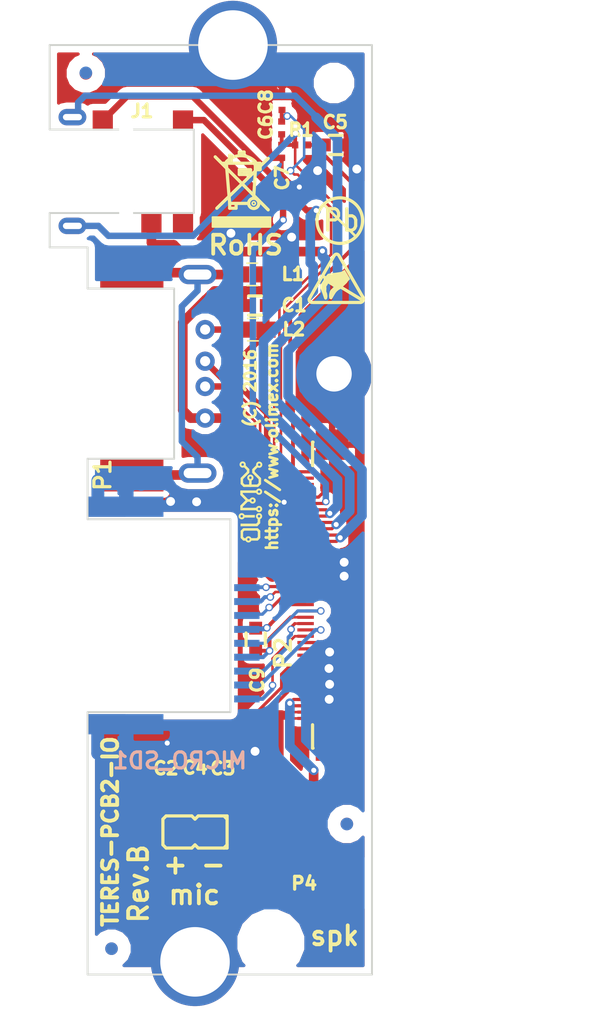
<source format=kicad_pcb>
(kicad_pcb (version 20211014) (generator pcbnew)
  (layers (0 "F.Cu" signal) (31 "B.Cu" signal) (34 "B.Paste" user) (35 "F.Paste" user) (36 "B.SilkS" user "B.Silkscreen") (37 "F.SilkS" user "F.Silkscreen") (38 "B.Mask" user) (39 "F.Mask" user) (44 "Edge.Cuts" user))
  (net 0 "")
  (net 1 "/USBVDD")
  (net 2 "/UGND")
  (net 3 "GND")
  (net 4 "/MIC+")
  (net 5 "/MIC-")
  (net 6 "/HBIAS")
  (net 7 "/MIC2_N")
  (net 8 "/HS-MIC")
  (net 9 "Net-(C9-Pad1)")
  (net 10 "Net-(C9-Pad2)")
  (net 11 "/HPCOM")
  (net 12 "/HPRIGHT")
  (net 13 "/HPLEFT")
  (net 14 "/HPRR")
  (net 15 "Net-(L2-Pad1)")
  (net 16 "Net-(MICRO_SD1-Pad1)")
  (net 17 "Net-(MICRO_SD1-Pad2)")
  (net 18 "Net-(MICRO_SD1-Pad3)")
  (net 19 "Net-(MICRO_SD1-Pad5)")
  (net 20 "Net-(MICRO_SD1-Pad7)")
  (net 21 "Net-(MICRO_SD1-Pad8)")
  (net 22 "/USBD_N")
  (net 23 "/USBD_P")
  (net 24 "/SPK+")
  (net 25 "/SPK-")
  (net 26 "Net-(MICRO_SD1-Pad9)")
  (net 27 "Net-(L1-Pad1)")
  (footprint "OLIMEX_Other-FP:Mounting_hole_THERES" (layer "F.Cu") (at 113.5 100)
    (fp_text reference "MountingHole" hide)
    (fp_text value "Mounting_hole_3.3mm" hide)
  )
  (footprint "OLIMEX_Other-FP:Mounting_hole_THERES" (layer "F.Cu") (at 111 173.5)
    (fp_text reference "MountingHole" hide)
    (fp_text value "Mounting_hole_3.3mm" hide)
  )
  (footprint "OLIMEX_Other-FP:Mounting_hole_2.5mm" (layer "F.Cu") (at 141.859 126.111)
    (fp_text reference "MountingHole" hide)
    (fp_text value "Mounting_hole_3.3mm" hide)
  )
  (footprint "OLIMEX_Other-FP:Mounting_hole_2.5mm" (layer "F.Cu") (at 142.804 101.8662)
    (fp_text reference "MountingHole" hide)
    (fp_text value "Mounting_hole_3.3mm" hide)
  )
  (footprint "OLIMEX_Other-FP:Mounting_hole_2.5mm" (layer "F.Cu") (at 138.406 168.4192)
    (fp_text reference "MountingHole" hide)
    (fp_text value "Mounting_hole_3.3mm" hide)
  )
  (footprint "OLIMEX_Other-FP:Fiducial1x3_transp" (layer "F.Cu") (at 104.394 171.458)
    (fp_text reference "")
    (fp_text value "")
  )
  (footprint "OLIMEX_Other-FP:Fiducial1x3_transp" (layer "F.Cu") (at 102.362 102.235)
    (fp_text reference "")
    (fp_text value "")
  )
  (footprint "OLIMEX_Other-FP:Fiducial1x3_transp" (layer "F.Cu") (at 123.0122 161.5948)
    (fp_text reference "")
    (fp_text value "")
  )
  (footprint "OLIMEX_Connectors-FP:CON-SPK-HERMES" (layer "F.Cu") (at 119.634 167.767)
    (fp_text reference "P4")
    (fp_text value "CONN_01X02")
  )
  (footprint "OLIMEX_Connectors-FP:EZ-PJ-3510A-W-H" (layer "F.Cu") (at 104.7 110)
    (fp_text reference "J1")
    (fp_text value "EZ-PJ-3510A-W-H")
  )
  (footprint "OLIMEX_Connectors-FP:FPV-WZA21-40-LF" (layer "F.Cu") (at 122.5 143.5 -90)
    (fp_text reference "P2")
    (fp_text value "CONN_01X40")
  )
  (footprint "OLIMEX_Connectors-FP:USB-3.5mm(TERES)" (layer "F.Cu") (at 99 126 -90)
    (fp_text reference "P1")
    (fp_text value "USB-3.5mm(TERES)")
  )
  (footprint "OLIMEX_RLC-FP:C_0603_5MIL_DWS" (layer "F.Cu") (at 115.7478 120.5992 180)
    (fp_text reference "C1")
    (fp_text value "10uF")
  )
  (footprint "OLIMEX_RLC-FP:C_0402_SMALL" (layer "F.Cu") (at 109.22 158.4198)
    (fp_text reference "C2")
    (fp_text value "33pF")
  )
  (footprint "OLIMEX_RLC-FP:C_0402_SMALL" (layer "F.Cu") (at 112.776 158.4198)
    (fp_text reference "C3")
    (fp_text value "33pF")
  )
  (footprint "OLIMEX_RLC-FP:C_0402_SMALL" (layer "F.Cu") (at 110.998 158.4198)
    (fp_text reference "C4")
    (fp_text value "10pF")
  )
  (footprint "OLIMEX_RLC-FP:C_0603_5MIL_DWS" (layer "F.Cu") (at 115.8 147 90)
    (fp_text reference "C9")
    (fp_text value "10uF")
  )
  (footprint "OLIMEX_RLC-FP:L_0805_5MIL_DWS" (layer "F.Cu") (at 115.5446 118.1354)
    (fp_text reference "L1")
    (fp_text value "FB0805")
  )
  (footprint "OLIMEX_RLC-FP:L_0805_5MIL_DWS" (layer "F.Cu") (at 115.5954 122.5042)
    (fp_text reference "L2")
    (fp_text value "FB0805")
  )
  (footprint "OLIMEX_Connectors-FP:MIC-TERES" (layer "F.Cu") (at 110.998001 162.2298 180)
    (fp_text reference "P3" hide)
    (fp_text value "CONN_01X02")
  )
  (footprint "OLIMEX_RLC-FP:C_0603_5MIL_DWS" (layer "F.Cu") (at 122.1232 107.8992 180)
    (fp_text reference "C5")
    (fp_text value "10uF")
  )
  (footprint "OLIMEX_RLC-FP:C_0402_SMALL" (layer "F.Cu") (at 117.856 106.553 -90)
    (fp_text reference "C6")
    (fp_text value "33pF")
  )
  (footprint "OLIMEX_RLC-FP:C_0402_SMALL" (layer "F.Cu") (at 117.856 108.4072 -90)
    (fp_text reference "C7")
    (fp_text value "33pF")
  )
  (footprint "OLIMEX_RLC-FP:C_0402_SMALL" (layer "F.Cu") (at 117.8814 104.6226 90)
    (fp_text reference "C8")
    (fp_text value "33pF")
  )
  (footprint "OLIMEX_RLC-FP:R_0402_SMALL" (layer "F.Cu") (at 119.4308 107.8992 180)
    (fp_text reference "R1")
    (fp_text value "2.2K")
  )
  (footprint "OLIMEX_LOGOs-FP:OLIMEX_LOGO_SMALL_TB" (layer "F.Cu") (at 115.3795 136.144 90)
    (fp_text reference "")
    (fp_text value "")
  )
  (footprint "OLIMEX_Other-FP:via_09_07" (layer "F.Cu") (at 109.0676 136.0932)
    (fp_text reference "Ref**" hide)
    (fp_text value "Val**")
  )
  (footprint "OLIMEX_Other-FP:via_09_07" (layer "F.Cu") (at 111.125 136.1186)
    (fp_text reference "Ref**" hide)
    (fp_text value "Val**")
  )
  (footprint "OLIMEX_Other-FP:via_09_07" (layer "F.Cu") (at 122.8 140.9)
    (fp_text reference "Ref**" hide)
    (fp_text value "Val**")
  )
  (footprint "OLIMEX_Other-FP:via_09_07" (layer "F.Cu") (at 122.8 142)
    (fp_text reference "Ref**" hide)
    (fp_text value "Val**")
  )
  (footprint "OLIMEX_Other-FP:via_09_07" (layer "F.Cu") (at 121.6152 151.7396)
    (fp_text reference "Ref**" hide)
    (fp_text value "Val**")
  )
  (footprint "OLIMEX_LOGOs-FP:LOGO_ANTISTATIC_SMALL_4.5mmX2.8mm" (layer "F.Cu") (at 122.1994 118.4402)
    (fp_text reference "Ref**" hide)
    (fp_text value "Val**")
  )
  (footprint "OLIMEX_Other-FP:via_09_07" (layer "F.Cu") (at 113.8428 114.8842)
    (fp_text reference "Ref**" hide)
    (fp_text value "Val**")
  )
  (footprint "OLIMEX_Other-FP:via_09_07" (layer "F.Cu") (at 118.6434 115.189)
    (fp_text reference "Ref**" hide)
    (fp_text value "Val**")
  )
  (footprint "OLIMEX_Other-FP:via_09_07" (layer "F.Cu") (at 120.7008 109.9312)
    (fp_text reference "Ref**" hide)
    (fp_text value "Val**")
  )
  (footprint "OLIMEX_Other-FP:via_09_07" (layer "F.Cu") (at 123.7996 109.8042)
    (fp_text reference "Ref**" hide)
    (fp_text value "Val**")
  )
  (footprint "OLIMEX_LOGOs-FP:LOGO_PBFREE" (layer "F.Cu") (at 122.6566 114.1984)
    (fp_text reference "")
    (fp_text value "")
  )
  (footprint "OLIMEX_LOGOs-FP:LOGO_RECYCLEBIN_1" (layer "F.Cu") (at 112.3442 114.427)
    (fp_text reference "" hide)
    (fp_text value "" hide)
  )
  (footprint "OLIMEX_Other-FP:via_09_07" (layer "F.Cu") (at 115.75 155.85)
    (fp_text reference "Ref**" hide)
    (fp_text value "Val**")
  )
  (footprint "OLIMEX_Other-FP:via_09_07" (layer "F.Cu") (at 121.65 150.55)
    (fp_text reference "Ref**" hide)
    (fp_text value "Val**")
  )
  (footprint "OLIMEX_Other-FP:via_09_07" (layer "F.Cu") (at 121.6 149.3)
    (fp_text reference "Ref**" hide)
    (fp_text value "Val**")
  )
  (footprint "OLIMEX_Other-FP:via_09_07" (layer "F.Cu") (at 121.65 148)
    (fp_text reference "Ref**" hide)
    (fp_text value "Val**")
  )
  (footprint "OLIMEX_Connectors-FP:TF-9P-01-TERES" (layer "B.Cu") (at 106.8 145.1086 180)
    (fp_text reference "MICRO_SD1")
    (fp_text value "TF-9P-01-TERES")
  )
  (footprint "OLIMEX_Other-FP:Fiducial1x3_transp" (layer "B.Cu") (at 102.362 102.2)
    (fp_text reference "")
    (fp_text value "")
  )
  (footprint "OLIMEX_Other-FP:Fiducial1x3_transp" (layer "B.Cu") (at 123.0122 161.6)
    (fp_text reference "")
    (fp_text value "")
  )
  (footprint "OLIMEX_Other-FP:Fiducial1x3_transp" (layer "B.Cu") (at 104.394 171.458)
    (fp_text reference "")
    (fp_text value "")
  )
  (gr_line (start 102.5 152.75) (end 113.8 152.75) (layer "Edge.Cuts") (width 0.15))
  (gr_line (start 102.5 137.5) (end 113.8 137.5) (layer "Edge.Cuts") (width 0.15))
  (gr_line (start 102.5 119.253) (end 109.347 119.253) (layer "Edge.Cuts") (width 0.15))
  (gr_line (start 109.347 119.253) (end 109.347 132.715) (layer "Edge.Cuts") (width 0.15))
  (gr_line (start 110.9 106.68) (end 110.9 113.284) (layer "Edge.Cuts") (width 0.15))
  (gr_line (start 110.9 113.284) (end 99.5 113.284) (layer "Edge.Cuts") (width 0.15))
  (gr_line (start 99.5 100) (end 99.5 106.68) (layer "Edge.Cuts") (width 0.15))
  (gr_line (start 113.8 137.5) (end 113.8 152.75) (layer "Edge.Cuts") (width 0.15))
  (gr_line (start 102.5 116) (end 102.5 119.253) (layer "Edge.Cuts") (width 0.15))
  (gr_line (start 99.5 113.284) (end 99.5 116) (layer "Edge.Cuts") (width 0.15))
  (gr_line (start 125 100) (end 125 173.5) (layer "Edge.Cuts") (width 0.15))
  (gr_line (start 99.5 106.68) (end 110.9 106.68) (layer "Edge.Cuts") (width 0.15))
  (gr_line (start 99.5 100) (end 125 100) (layer "Edge.Cuts") (width 0.15))
  (gr_line (start 102.5 173.5) (end 125 173.5) (layer "Edge.Cuts") (width 0.15))
  (gr_line (start 102.5 137.5) (end 102.5 132.715) (layer "Edge.Cuts") (width 0.15))
  (gr_line (start 102.5 152.75) (end 102.5 173.5) (layer "Edge.Cuts") (width 0.15))
  (gr_line (start 99.5 116) (end 102.5 116) (layer "Edge.Cuts") (width 0.15))
  (gr_line (start 109.347 132.715) (end 102.5 132.715) (layer "Edge.Cuts") (width 0.15))
  (gr_text "RoHS" (at 115.0112 115.824) (layer "F.SilkS") (effects (font (size 1.5 1.5) (thickness 0.3))))
  (gr_text "TERES-PCB2-IO" (at 104.3 162.2 90) (layer "F.SilkS") (effects (font (size 1.2 1.2) (thickness 0.3))))
  (gr_text "spk" (at 122.047 170.434) (layer "F.SilkS") (effects (font (size 1.5 1.5) (thickness 0.3))))
  (gr_text "(C) 2016" (at 115.3795 127.127 90) (layer "F.SilkS") (effects (font (size 0.889 0.889) (thickness 0.22225))))
  (gr_text "https://www.olimex.com" (at 117.094 131.7625 90) (layer "F.SilkS") (effects (font (size 0.889 0.889) (thickness 0.22225))))
  (gr_text "Rev.B" (at 106.5276 166.3192 90) (layer "F.SilkS") (effects (font (size 1.5 1.5) (thickness 0.3))))
  (gr_text "+ -\nmic" (at 110.9472 165.989) (layer "F.SilkS") (effects (font (size 1.5 1.5) (thickness 0.3))))
  (segment (start 116.6368 122.4788) (end 116.6114 122.5042) (width 0.508) (layer "F.Cu") (net 1))
  (segment (start 116.706481 138.773931) (end 117.883975 139.951425) (width 0.508) (layer "F.Cu") (net 1))
  (segment (start 114.4524 126.86665) (end 116.706481 129.12073) (width 0.508) (layer "F.Cu") (net 1))
  (segment (start 118.75 140.25) (end 119.75 140.25) (width 0.25) (layer "F.Cu") (net 1))
  (segment (start 116.6368 120.5992) (end 116.6368 122.4788) (width 0.508) (layer "F.Cu") (net 1))
  (segment (start 114.4524 124.942952) (end 114.4524 126.86665) (width 0.508) (layer "F.Cu") (net 1))
  (segment (start 116.706481 129.12073) (end 116.706481 138.773931) (width 0.508) (layer "F.Cu") (net 1))
  (segment (start 118.75 139.75) (end 118.0854 139.75) (width 0.25) (layer "F.Cu") (net 1))
  (segment (start 116.6114 122.5042) (end 116.6114 122.783952) (width 0.508) (layer "F.Cu") (net 1))
  (segment (start 116.6114 122.783952) (end 114.4524 124.942952) (width 0.508) (layer "F.Cu") (net 1))
  (segment (start 118.0854 139.75) (end 117.883975 139.951425) (width 0.25) (layer "F.Cu") (net 1))
  (segment (start 118.75 140.25) (end 118.18255 140.25) (width 0.25) (layer "F.Cu") (net 1))
  (segment (start 118.75 139.75) (end 119.75 139.75) (width 0.25) (layer "F.Cu") (net 1))
  (segment (start 118.18255 140.25) (end 117.883975 139.951425) (width 0.25) (layer "F.Cu") (net 1))
  (segment (start 110.0328 128.8796) (end 110.6532 129.5) (width 0.762) (layer "F.Cu") (net 2))
  (segment (start 118.75 142.25) (end 117.7 142.25) (width 0.25) (layer "F.Cu") (net 2))
  (segment (start 117.112 141.75) (end 115.189 139.827) (width 0.3048) (layer "F.Cu") (net 2))
  (segment (start 117.112 142.1056) (end 117.112 141.75) (width 0.3048) (layer "F.Cu") (net 2))
  (segment (start 114.9604 119.447992) (end 112.53931 119.447992) (width 0.762) (layer "F.Cu") (net 2))
  (segment (start 115.189 139.808669) (end 114.993052 139.612721) (width 0.3048) (layer "F.Cu") (net 2))
  (segment (start 117.7 142.25) (end 117.2564 142.25) (width 0.3048) (layer "F.Cu") (net 2))
  (segment (start 118.75 141.75) (end 117.7 141.75) (width 0.25) (layer "F.Cu") (net 2))
  (segment (start 116.538399 119.510199) (end 116.476192 119.447992) (width 0.762) (layer "F.Cu") (net 2))
  (segment (start 111.846504 120.122018) (end 110.0328 121.935722) (width 0.762) (layer "F.Cu") (net 2))
  (segment (start 110.6532 129.5) (end 111.8 129.5) (width 0.762) (layer "F.Cu") (net 2))
  (segment (start 117.2564 142.25) (end 117.112 142.06739) (width 0.3048) (layer "F.Cu") (net 2))
  (segment (start 111.8 129.5) (end 113.7774 129.5) (width 0.762) (layer "F.Cu") (net 2))
  (segment (start 115.189 139.827) (end 115.189 139.808669) (width 0.3048) (layer "F.Cu") (net 2))
  (segment (start 111.865284 120.122018) (end 111.846504 120.122018) (width 0.762) (layer "F.Cu") (net 2))
  (segment (start 110.0328 121.935722) (end 110.0328 128.8796) (width 0.762) (layer "F.Cu") (net 2))
  (segment (start 114.8588 120.5992) (end 114.8588 119.549592) (width 0.508) (layer "F.Cu") (net 2))
  (segment (start 118.75 142.25) (end 119.75 142.25) (width 0.25) (layer "F.Cu") (net 2))
  (segment (start 113.7774 129.5) (end 115.065049 130.787649) (width 0.762) (layer "F.Cu") (net 2))
  (segment (start 115.065049 130.787649) (end 115.065049 140.030154) (width 0.762) (layer "F.Cu") (net 2))
  (segment (start 117.7 141.75) (end 117.112 141.75) (width 0.3048) (layer "F.Cu") (net 2))
  (segment (start 118.75 141.75) (end 119.75 141.75) (width 0.25) (layer "F.Cu") (net 2))
  (segment (start 116.5606 118.1354) (end 116.5606 119.510199) (width 0.762) (layer "F.Cu") (net 2))
  (segment (start 117.112 142.054958) (end 117.112 142.06739) (width 0.762) (layer "F.Cu") (net 2))
  (segment (start 115.065049 140.030154) (end 117.083719 142.048824) (width 0.762) (layer "F.Cu") (net 2))
  (segment (start 114.8588 119.549592) (end 114.9604 119.447992) (width 0.508) (layer "F.Cu") (net 2))
  (segment (start 116.476192 119.447992) (end 114.9604 119.447992) (width 0.762) (layer "F.Cu") (net 2))
  (segment (start 117.112 142.06739) (end 117.112 142.1056) (width 0.3048) (layer "F.Cu") (net 2))
  (segment (start 112.53931 119.447992) (end 111.865284 120.122018) (width 0.762) (layer "F.Cu") (net 2))
  (segment (start 120.65 148.75) (end 120.65549 148.74451) (width 0.25) (layer "F.Cu") (net 3))
  (segment (start 121.6152 150.0886) (end 121.6152 151.003) (width 0.508) (layer "F.Cu") (net 3))
  (segment (start 114 100.2582) (end 114 100) (width 0.508) (layer "F.Cu") (net 3))
  (segment (start 104.5 153.4086) (end 104.5 154.2586) (width 0.25) (layer "F.Cu") (net 3))
  (segment (start 120.963484 148.781026) (end 120.963484 149.436884) (width 0.508) (layer "F.Cu") (net 3))
  (segment (start 120.978804 151.701734) (end 120.978804 151.7396) (width 0.2032) (layer "F.Cu") (net 3))
  (segment (start 123.249999 140.450001) (end 122.8 140.9) (width 0.25) (layer "F.Cu") (net 3))
  (segment (start 118.884454 111.2266) (end 119.253 111.2266) (width 0.3048) (layer "F.Cu") (net 3))
  (segment (start 117.856 110.198146) (end 118.884454 111.2266) (width 0.3048) (layer "F.Cu") (net 3))
  (segment (start 119.75 148.25) (end 121 148.25) (width 0.25) (layer "F.Cu") (net 3))
  (segment (start 117.856 108.9152) (end 117.856 110.198146) (width 0.3048) (layer "F.Cu") (net 3))
  (segment (start 119.75 135.75) (end 118.45 135.75) (width 0.25) (layer "F.Cu") (net 3))
  (segment (start 120.978804 151.7396) (end 121.6152 151.7396) (width 0.2032) (layer "F.Cu") (net 3))
  (segment (start 121 147.25) (end 121 147.75) (width 0.25) (layer "F.Cu") (net 3))
  (segment (start 119.75 150.25) (end 121.4538 150.25) (width 0.25) (layer "F.Cu") (net 3))
  (segment (start 120.774998 135.75) (end 121.274998 135.25) (width 0.25) (layer "F.Cu") (net 3))
  (segment (start 104.5 154.2586) (end 108.6612 158.4198) (width 0.25) (layer "F.Cu") (net 3))
  (segment (start 119.75 151.25) (end 120.52707 151.25) (width 0.25) (layer "F.Cu") (net 3))
  (segment (start 121.4538 150.25) (end 121.6152 150.0886) (width 0.25) (layer "F.Cu") (net 3))
  (segment (start 121.8 135.25) (end 123.249999 136.699999) (width 0.25) (layer "F.Cu") (net 3))
  (segment (start 123.3678 127.3678) (end 122 126) (width 0.25) (layer "F.Cu") (net 3))
  (segment (start 119.75 135.75) (end 120.774998 135.75) (width 0.25) (layer "F.Cu") (net 3))
  (segment (start 121.3622 150.75) (end 121.6152 151.003) (width 0.508) (layer "F.Cu") (net 3))
  (segment (start 108.712 155.288) (end 108.8 155.2) (width 0.25) (layer "F.Cu") (net 3))
  (segment (start 120.65549 148.74451) (end 121 148.74451) (width 0.25) (layer "F.Cu") (net 3))
  (segment (start 119.75 147.25) (end 121 147.25) (width 0.25) (layer "F.Cu") (net 3))
  (segment (start 121.274998 135.25) (end 121.8 135.25) (width 0.25) (layer "F.Cu") (net 3))
  (segment (start 118.45 135.75) (end 118.05 136.15) (width 0.25) (layer "F.Cu") (net 3))
  (segment (start 117.8814 104.1146) (end 117.8564 104.1146) (width 0.508) (layer "F.Cu") (net 3))
  (segment (start 123.249999 136.699999) (end 123.249999 140.450001) (width 0.25) (layer "F.Cu") (net 3))
  (segment (start 108.6612 158.4198) (end 108.712 158.4198) (width 0.25) (layer "F.Cu") (net 3))
  (segment (start 119.75 147.75) (end 121 147.75) (width 0.25) (layer "F.Cu") (net 3))
  (segment (start 108.712 158.4198) (end 108.712 155.288) (width 0.25) (layer "F.Cu") (net 3))
  (segment (start 121 148.74451) (end 120.963484 148.781026) (width 0.25) (layer "F.Cu") (net 3))
  (segment (start 117.8564 104.1146) (end 114 100.2582) (width 0.508) (layer "F.Cu") (net 3))
  (segment (start 119.75 150.75) (end 121.3622 150.75) (width 0.25) (layer "F.Cu") (net 3))
  (segment (start 119.75 148.75) (end 120.65 148.75) (width 0.25) (layer "F.Cu") (net 3))
  (segment (start 121 148.25) (end 121 148.74451) (width 0.25) (layer "F.Cu") (net 3))
  (segment (start 120.963484 149.436884) (end 121.6152 150.0886) (width 0.508) (layer "F.Cu") (net 3))
  (segment (start 121.6152 151.003) (end 121.6152 151.7396) (width 0.508) (layer "F.Cu") (net 3))
  (segment (start 121 147.75) (end 121 148.25) (width 0.25) (layer "F.Cu") (net 3))
  (segment (start 120.53407 151.257) (end 120.978804 151.701734) (width 0.2032) (layer "F.Cu") (net 3))
  (segment (start 120.52707 151.25) (end 120.53407 151.257) (width 0.25) (layer "F.Cu") (net 3))
  (via (at 119.253 111.2266) (size 0.6) (drill 0.4) (layers "F.Cu" "B.Cu") (net 3))
  (via (at 108.8 155.2) (size 0.6) (drill 0.4) (layers "F.Cu" "B.Cu") (net 3))
  (via (at 118.05 136.15) (size 0.6) (drill 0.4) (layers "F.Cu" "B.Cu") (net 3))
  (segment (start 105.5 134.8475) (end 105.664 134.6835) (width 1.016) (layer "B.Cu") (net 3))
  (segment (start 105.664 134.6835) (end 106.68 134.6835) (width 1.016) (layer "B.Cu") (net 3))
  (segment (start 106.68 134.6835) (end 106.7435 134.747) (width 1.016) (layer "B.Cu") (net 3))
  (segment (start 105.5 155.7285) (end 105.9815 156.21) (width 1.016) (layer "B.Cu") (net 3))
  (segment (start 103.3309 136.5086) (end 103.3145 136.4922) (width 1.016) (layer "B.Cu") (net 3))
  (segment (start 103.3145 136.4922) (end 103.3145 134.4295) (width 1.016) (layer "B.Cu") (net 3))
  (segment (start 103.3 156.005) (end 103.3145 156.0195) (width 1.016) (layer "B.Cu") (net 3))
  (segment (start 118.05 136.15) (end 111.1564 136.15) (width 0.25) (layer "B.Cu") (net 3))
  (segment (start 103.5 153.9086) (end 103.5 155) (width 0.25) (layer "B.Cu") (net 3))
  (segment (start 103.7 155.2) (end 108.8 155.2) (width 0.25) (layer "B.Cu") (net 3))
  (segment (start 119.984799 110.926601) (end 120.904 110.0074) (width 0.3048) (layer "B.Cu") (net 3))
  (segment (start 104 153.4086) (end 103.5 153.9086) (width 0.25) (layer "B.Cu") (net 3))
  (segment (start 119.253 111.2266) (end 119.552999 110.926601) (width 0.3048) (layer "B.Cu") (net 3))
  (segment (start 108.5522 136.6086) (end 109.0676 136.0932) (width 0.25) (layer "B.Cu") (net 3))
  (segment (start 103.3 153.8115) (end 103.3 156.005) (width 1.016) (layer "B.Cu") (net 3))
  (segment (start 105.5 136.5086) (end 103.3309 136.5086) (width 1.016) (layer "B.Cu") (net 3))
  (segment (start 105.5 136.5086) (end 105.5 134.8475) (width 1.016) (layer "B.Cu") (net 3))
  (segment (start 111.1564 136.15) (end 111.125 136.1186) (width 0.25) (layer "B.Cu") (net 3))
  (segment (start 103.4029 153.7086) (end 103.3 153.8115) (width 1.016) (layer "B.Cu") (net 3))
  (segment (start 105.5 153.7086) (end 103.4029 153.7086) (width 1.016) (layer "B.Cu") (net 3))
  (segment (start 105.5 153.7086) (end 105.5 155.7285) (width 1.016) (layer "B.Cu") (net 3))
  (segment (start 104 136.6086) (end 108.5522 136.6086) (width 0.25) (layer "B.Cu") (net 3))
  (segment (start 119.552999 110.926601) (end 119.984799 110.926601) (width 0.3048) (layer "B.Cu") (net 3))
  (segment (start 103.5 155) (end 103.7 155.2) (width 0.25) (layer "B.Cu") (net 3))
  (segment (start 117.85 150.8) (end 110.95 157.7) (width 0.25) (layer "F.Cu") (net 4))
  (segment (start 117.85 149.75) (end 117.85 150.8) (width 0.25) (layer "F.Cu") (net 4))
  (segment (start 110.6848 157.7) (end 110.49 157.8948) (width 0.25) (layer "F.Cu") (net 4))
  (segment (start 110.49 158.4198) (end 110.49 158.3948) (width 0.3048) (layer "F.Cu") (net 4))
  (segment (start 109.728 160.471799) (end 109.728 159.2326) (width 0.508) (layer "F.Cu") (net 4))
  (segment (start 109.728 158.4198) (end 109.728 158.9996) (width 0.3048) (layer "F.Cu") (net 4))
  (segment (start 110.49 157.8948) (end 110.49 158.4198) (width 0.25) (layer "F.Cu") (net 4))
  (segment (start 110.49 158.4198) (end 109.728 158.4198) (width 0.3048) (layer "F.Cu") (net 4))
  (segment (start 109.728 158.9996) (end 109.728 159.2326) (width 0.3048) (layer "F.Cu") (net 4))
  (segment (start 119.75 149.25) (end 118.35 149.25) (width 0.25) (layer "F.Cu") (net 4))
  (segment (start 109.728001 162.2298) (end 109.728 160.471799) (width 0.508) (layer "F.Cu") (net 4))
  (segment (start 110.95 157.7) (end 110.6848 157.7) (width 0.25) (layer "F.Cu") (net 4))
  (segment (start 118.35 149.25) (end 117.85 149.75) (width 0.25) (layer "F.Cu") (net 4))
  (segment (start 118.335187 151.160508) (end 111.506 157.989694) (width 0.25) (layer "F.Cu") (net 5))
  (segment (start 112.268 160.471799) (end 112.268 159.2326) (width 0.508) (layer "F.Cu") (net 5))
  (segment (start 118.85 149.75) (end 118.335187 150.264813) (width 0.25) (layer "F.Cu") (net 5))
  (segment (start 119.75 149.75) (end 118.85 149.75) (width 0.25) (layer "F.Cu") (net 5))
  (segment (start 111.506 157.989694) (end 111.506 158.4198) (width 0.25) (layer "F.Cu") (net 5))
  (segment (start 111.506 158.4198) (end 112.268 158.4198) (width 0.3048) (layer "F.Cu") (net 5))
  (segment (start 118.335187 150.264813) (end 118.335187 151.160508) (width 0.25) (layer "F.Cu") (net 5))
  (segment (start 112.268 158.4198) (end 112.268 159.2326) (width 0.3048) (layer "F.Cu") (net 5))
  (segment (start 112.268001 162.2298) (end 112.268 160.471799) (width 0.508) (layer "F.Cu") (net 5))
  (segment (start 121.2342 108.712) (end 123.601373 111.079173) (width 0.3048) (layer "F.Cu") (net 6))
  (segment (start 118.301483 128.351024) (end 118.755218 128.804758) (width 0.3048) (layer "F.Cu") (net 6))
  (segment (start 121.2342 107.8992) (end 121.2342 108.712) (width 0.3048) (layer "F.Cu") (net 6))
  (segment (start 119.9388 107.8992) (end 121.2342 107.8992) (width 0.3048) (layer "F.Cu") (net 6))
  (segment (start 118.755218 128.804758) (end 118.750001 128.809974) (width 0.3048) (layer "F.Cu") (net 6))
  (segment (start 123.601373 111.079173) (end 123.601373 115.948627) (width 0.3048) (layer "F.Cu") (net 6))
  (segment (start 118.532223 123.735553) (end 118.301483 123.966293) (width 0.3048) (layer "F.Cu") (net 6))
  (segment (start 123.601373 115.948627) (end 118.532223 121.017777) (width 0.3048) (layer "F.Cu") (net 6))
  (segment (start 119.75 133.75) (end 118.75 133.75) (width 0.25) (layer "F.Cu") (net 6))
  (segment (start 118.301483 123.966293) (end 118.301483 128.351024) (width 0.3048) (layer "F.Cu") (net 6))
  (segment (start 118.750001 128.809974) (end 118.75 133.75) (width 0.3048) (layer "F.Cu") (net 6))
  (segment (start 118.532223 121.017777) (end 118.532223 123.735553) (width 0.3048) (layer "F.Cu") (net 6))
  (segment (start 118.860903 110.237495) (end 119.127495 110.237495) (width 0.2032) (layer "F.Cu") (net 7))
  (segment (start 117.262091 134.579973) (end 117.932118 135.25) (width 0.2032) (layer "F.Cu") (net 7))
  (segment (start 121.764409 116.563947) (end 117.675001 120.653355) (width 0.2032) (layer "F.Cu") (net 7))
  (segment (start 118.8968 135.25) (end 119.75 135.25) (width 0.2032) (layer "F.Cu") (net 7))
  (segment (start 117.262091 123.725615) (end 117.262091 134.579973) (width 0.2032) (layer "F.Cu") (net 7))
  (segment (start 121.764409 112.874409) (end 121.764409 116.563947) (width 0.2032) (layer "F.Cu") (net 7))
  (segment (start 117.856 105.6132) (end 117.856 105.156) (width 0.3048) (layer "F.Cu") (net 7))
  (segment (start 118.560904 109.937496) (end 118.860903 110.237495) (width 0.2032) (layer "F.Cu") (net 7))
  (segment (start 117.932118 135.25) (end 118.8968 135.25) (width 0.2032) (layer "F.Cu") (net 7))
  (segment (start 117.856 106.045) (end 117.856 105.6132) (width 0.3048) (layer "F.Cu") (net 7))
  (segment (start 119.127495 110.237495) (end 121.764409 112.874409) (width 0.2032) (layer "F.Cu") (net 7))
  (segment (start 117.675001 123.312705) (end 117.262091 123.725615) (width 0.2032) (layer "F.Cu") (net 7))
  (segment (start 117.856 105.156) (end 117.8814 105.1306) (width 0.3048) (layer "F.Cu") (net 7))
  (segment (start 117.675001 120.653355) (end 117.675001 123.312705) (width 0.2032) (layer "F.Cu") (net 7))
  (segment (start 118.2878 105.6132) (end 117.856 105.6132) (width 0.2032) (layer "F.Cu") (net 7))
  (via (at 118.2878 105.6132) (size 0.6) (drill 0.4) (layers "F.Cu" "B.Cu") (net 7))
  (via (at 118.560904 109.937496) (size 0.6) (drill 0.4) (layers "F.Cu" "B.Cu") (net 7))
  (segment (start 118.560904 109.937496) (end 119.634 108.8644) (width 0.2032) (layer "B.Cu") (net 7))
  (segment (start 118.568307 105.6132) (end 118.2878 105.6132) (width 0.2032) (layer "B.Cu") (net 7))
  (segment (start 119.634 108.8644) (end 119.634 106.678893) (width 0.2032) (layer "B.Cu") (net 7))
  (segment (start 119.634 106.678893) (end 118.568307 105.6132) (width 0.2032) (layer "B.Cu") (net 7))
  (segment (start 118.078212 120.82037) (end 122.16762 116.730962) (width 0.2032) (layer "F.Cu") (net 8))
  (segment (start 117.948542 134.6962) (end 117.798399 134.546057) (width 0.2032) (layer "F.Cu") (net 8))
  (segment (start 118.0114 134.75) (end 117.9576 134.6962) (width 0.2032) (layer "F.Cu") (net 8))
  (segment (start 118.75 134.25) (end 119.75 134.25) (width 0.2032) (layer "F.Cu") (net 8))
  (segment (start 117.798399 134.151599) (end 117.798399 123.827309) (width 0.2032) (layer "F.Cu") (net 8))
  (segment (start 117.8968 134.25) (end 117.798399 134.151599) (width 0.2032) (layer "F.Cu") (net 8))
  (segment (start 118.9228 107.8992) (end 118.9228 107.0102) (width 0.3048) (layer "F.Cu") (net 8))
  (segment (start 122.16762 112.69342) (end 118.9228 109.4486) (width 0.2032) (layer "F.Cu") (net 8))
  (segment (start 117.9576 134.6962) (end 117.948542 134.6962) (width 0.2032) (layer "F.Cu") (net 8))
  (segment (start 118.9228 109.4486) (end 118.9228 108.3774) (width 0.2032) (layer "F.Cu") (net 8))
  (segment (start 118.75 134.25) (end 117.8968 134.25) (width 0.2032) (layer "F.Cu") (net 8))
  (segment (start 118.75 134.75) (end 118.0114 134.75) (width 0.2032) (layer "F.Cu") (net 8))
  (segment (start 118.078212 123.547496) (end 118.078212 120.82037) (width 0.2032) (layer "F.Cu") (net 8))
  (segment (start 117.798399 134.546057) (end 117.798399 134.151599) (width 0.2032) (layer "F.Cu") (net 8))
  (segment (start 117.856 107.8992) (end 117.856 107.061) (width 0.3048) (layer "F.Cu") (net 8))
  (segment (start 117.798399 123.827309) (end 118.078212 123.547496) (width 0.2032) (layer "F.Cu") (net 8))
  (segment (start 122.16762 116.730962) (end 122.16762 112.69342) (width 0.2032) (layer "F.Cu") (net 8))
  (segment (start 118.9228 107.0102) (end 118.9482 106.9848) (width 0.3048) (layer "F.Cu") (net 8))
  (segment (start 118.9228 108.3774) (end 118.9228 107.8992) (width 0.2032) (layer "F.Cu") (net 8))
  (segment (start 118.75 134.75) (end 119.75 134.75) (width 0.2032) (layer "F.Cu") (net 8))
  (segment (start 118.9228 107.8992) (end 117.856 107.8992) (width 0.3048) (layer "F.Cu") (net 8))
  (via (at 118.9482 106.9848) (size 0.6) (drill 0.4) (layers "F.Cu" "B.Cu") (net 8))
  (segment (start 103.358 114.3) (end 104.1454 115.0874) (width 0.508) (layer "B.Cu") (net 8))
  (segment (start 110.8456 115.0874) (end 118.9482 106.9848) (width 0.508) (layer "B.Cu") (net 8))
  (segment (start 101.75 114.3) (end 103.358 114.3) (width 0.508) (layer "B.Cu") (net 8))
  (segment (start 104.1454 115.0874) (end 110.8456 115.0874) (width 0.508) (layer "B.Cu") (net 8))
  (segment (start 116.898004 147.898004) (end 116.898004 146.93644) (width 0.3048) (layer "F.Cu") (net 9))
  (segment (start 118.659628 145.25) (end 118.8968 145.25) (width 0.2032) (layer "F.Cu") (net 9))
  (segment (start 115.809004 147.898004) (end 115.8 147.889) (width 0.3048) (layer "F.Cu") (net 9))
  (segment (start 116.898004 147.898004) (end 115.809004 147.898004) (width 0.3048) (layer "F.Cu") (net 9))
  (segment (start 118.584444 145.25) (end 118.659628 145.25) (width 0.3048) (layer "F.Cu") (net 9))
  (segment (start 118.8968 145.25) (end 119.75 145.25) (width 0.2032) (layer "F.Cu") (net 9))
  (segment (start 116.898004 146.93644) (end 118.584444 145.25) (width 0.3048) (layer "F.Cu") (net 9))
  (via (at 116.898004 147.898004) (size 0.6) (drill 0.4) (layers "F.Cu" "B.Cu") (net 9))
  (segment (start 116.387408 148.4086) (end 116.38177 148.4086) (width 0.3048) (layer "B.Cu") (net 9))
  (segment (start 116.898004 147.898004) (end 116.387408 148.4086) (width 0.3048) (layer "B.Cu") (net 9))
  (segment (start 116.38177 148.4086) (end 115.1 148.4086) (width 0.3048) (layer "B.Cu") (net 9))
  (segment (start 116.681293 146.087261) (end 116.981292 145.787262) (width 0.3048) (layer "F.Cu") (net 10))
  (segment (start 118.5 144.25) (end 119.75 144.25) (width 0.25) (layer "F.Cu") (net 10))
  (segment (start 115.8 146.111) (end 116.657554 146.111) (width 0.3048) (layer "F.Cu") (net 10))
  (segment (start 116.981292 145.768708) (end 118.5 144.25) (width 0.3048) (layer "F.Cu") (net 10))
  (segment (start 116.657554 146.111) (end 116.681293 146.087261) (width 0.3048) (layer "F.Cu") (net 10))
  (segment (start 116.981292 145.787262) (end 116.981292 145.768708) (width 0.3048) (layer "F.Cu") (net 10))
  (via (at 116.681293 146.087261) (size 0.6) (drill 0.4) (layers "F.Cu" "B.Cu") (net 10))
  (segment (start 116.659954 146.1086) (end 116.681293 146.087261) (width 0.25) (layer "B.Cu") (net 10))
  (segment (start 116.512739 146.087261) (end 116.512739 146.100661) (width 0.3048) (layer "B.Cu") (net 10))
  (segment (start 116.681293 146.087261) (end 116.512739 146.087261) (width 0.3048) (layer "B.Cu") (net 10))
  (segment (start 115.1 146.1086) (end 116.659954 146.1086) (width 0.25) (layer "B.Cu") (net 10))
  (segment (start 116.512739 146.100661) (end 116.4048 146.2086) (width 0.3048) (layer "B.Cu") (net 10))
  (segment (start 116.4048 146.2086) (end 115.1 146.2086) (width 0.3048) (layer "B.Cu") (net 10))
  (segment (start 122.275 138.75) (end 122.4836 138.9586) (width 0.25) (layer "F.Cu") (net 11))
  (segment (start 119.75 138.75) (end 122.275 138.75) (width 0.25) (layer "F.Cu") (net 11))
  (segment (start 122.1922 139.25) (end 122.4836 138.9586) (width 0.25) (layer "F.Cu") (net 11))
  (segment (start 119.75 139.25) (end 122.1922 139.25) (width 0.25) (layer "F.Cu") (net 11))
  (via (at 122.4836 138.9586) (size 0.6) (drill 0.4) (layers "F.Cu" "B.Cu") (net 11))
  (segment (start 124.206 137.2362) (end 124.206 133.585802) (width 0.762) (layer "B.Cu") (net 11))
  (segment (start 118.364999 124.179601) (end 122.2756 120.269) (width 0.762) (layer "B.Cu") (net 11))
  (segment (start 101.75 104.542) (end 101.75 105.7) (width 0.508) (layer "B.Cu") (net 11))
  (segment (start 122.4836 138.9586) (end 124.206 137.2362) (width 0.762) (layer "B.Cu") (net 11))
  (segment (start 122.2756 107.4166) (end 120.5738 105.7148) (width 0.762) (layer "B.Cu") (net 11))
  (segment (start 118.917801 104.008001) (end 102.283999 104.008001) (width 0.508) (layer "B.Cu") (net 11))
  (segment (start 102.283999 104.008001) (end 101.75 104.542) (width 0.508) (layer "B.Cu") (net 11))
  (segment (start 120.5738 105.7148) (end 120.5738 105.664) (width 0.508) (layer "B.Cu") (net 11))
  (segment (start 122.2756 120.269) (end 122.2756 107.4166) (width 0.762) (layer "B.Cu") (net 11))
  (segment (start 120.5738 105.664) (end 118.917801 104.008001) (width 0.508) (layer "B.Cu") (net 11))
  (segment (start 124.206 133.585802) (end 118.364999 127.744801) (width 0.762) (layer "B.Cu") (net 11))
  (segment (start 118.364999 127.744801) (end 118.364999 124.179601) (width 0.762) (layer "B.Cu") (net 11))
  (segment (start 121.449 137.25) (end 121.66442 137.03458) (width 0.25) (layer "F.Cu") (net 12))
  (segment (start 105.6062 104.0638) (end 110.831403 104.0638) (width 0.508) (layer "F.Cu") (net 12))
  (segment (start 103.7 105.935) (end 103.735 105.935) (width 0.508) (layer "F.Cu") (net 12))
  (segment (start 103.735 105.935) (end 105.6062 104.0638) (width 0.508) (layer "F.Cu") (net 12))
  (segment (start 120.164022 113.0808) (end 120.588286 113.0808) (width 0.508) (layer "F.Cu") (net 12))
  (segment (start 110.831403 104.0638) (end 119.848403 113.0808) (width 0.508) (layer "F.Cu") (net 12))
  (segment (start 121.37984 136.75) (end 121.66442 137.03458) (width 0.25) (layer "F.Cu") (net 12))
  (segment (start 104.15 105.935) (end 104.185 105.935) (width 0.508) (layer "F.Cu") (net 12))
  (segment (start 119.848403 113.0808) (end 120.164022 113.0808) (width 0.508) (layer "F.Cu") (net 12))
  (segment (start 119.75 136.75) (end 121.37984 136.75) (width 0.25) (layer "F.Cu") (net 12))
  (segment (start 119.75 137.25) (end 121.449 137.25) (width 0.25) (layer "F.Cu") (net 12))
  (via (at 121.66442 137.03458) (size 0.6) (drill 0.4) (layers "F.Cu" "B.Cu") (net 12))
  (via (at 120.588286 113.0808) (size 0.6) (drill 0.4) (layers "F.Cu" "B.Cu") (net 12))
  (segment (start 116.41139 128.512165) (end 122.27879 134.379565) (width 0.762) (layer "B.Cu") (net 12))
  (segment (start 116.41139 123.412238) (end 116.41139 128.512165) (width 0.762) (layer "B.Cu") (net 12))
  (segment (start 120.588286 113.0808) (end 120.11979 113.549296) (width 0.762) (layer "B.Cu") (net 12))
  (segment (start 120.35158 117.45598) (end 120.35158 119.472048) (width 0.762) (layer "B.Cu") (net 12))
  (segment (start 120.11979 117.22419) (end 120.35158 117.45598) (width 0.762) (layer "B.Cu") (net 12))
  (segment (start 122.27879 136.42021) (end 121.66442 137.03458) (width 0.762) (layer "B.Cu") (net 12))
  (segment (start 120.11979 113.549296) (end 120.11979 117.22419) (width 0.762) (layer "B.Cu") (net 12))
  (segment (start 120.35158 119.472048) (end 116.41139 123.412238) (width 0.762) (layer "B.Cu") (net 12))
  (segment (start 122.27879 134.379565) (end 122.27879 136.42021) (width 0.762) (layer "B.Cu") (net 12))
  (segment (start 109.312 115.792) (end 107.708 115.792) (width 0.762) (layer "F.Cu") (net 13))
  (segment (start 107.708 115.792) (end 107.55 115.634) (width 0.762) (layer "F.Cu") (net 13))
  (segment (start 119.75 138.25) (end 121.831714 138.25) (width 0.25) (layer "F.Cu") (net 13))
  (segment (start 107.55 115.634) (end 107.55 114.065) (width 0.762) (layer "F.Cu") (net 13))
  (segment (start 121.831714 138.25) (end 122.166857 137.914857) (width 0.25) (layer "F.Cu") (net 13))
  (segment (start 121.0818 116.2812) (end 121.031 116.332) (width 0.762) (layer "F.Cu") (net 13))
  (segment (start 122.002 137.75) (end 122.166857 137.914857) (width 0.25) (layer "F.Cu") (net 13))
  (segment (start 109.852 116.332) (end 109.312 115.792) (width 0.762) (layer "F.Cu") (net 13))
  (segment (start 121.031 116.332) (end 109.852 116.332) (width 0.762) (layer "F.Cu") (net 13))
  (segment (start 119.75 137.75) (end 122.002 137.75) (width 0.25) (layer "F.Cu") (net 13))
  (via (at 122.166857 137.914857) (size 0.6) (drill 0.4) (layers "F.Cu" "B.Cu") (net 13))
  (via (at 121.0818 116.2812) (size 0.6) (drill 0.4) (layers "F.Cu" "B.Cu") (net 13))
  (segment (start 117.3734 128.113688) (end 117.402991 128.143279) (width 0.762) (layer "B.Cu") (net 13))
  (segment (start 123.2408 136.840914) (end 122.166857 137.914857) (width 0.762) (layer "B.Cu") (net 13))
  (segment (start 123.2408 133.981088) (end 123.2408 136.840914) (width 0.762) (layer "B.Cu") (net 13))
  (segment (start 117.402991 128.143279) (end 123.2408 133.981088) (width 0.762) (layer "B.Cu") (net 13))
  (segment (start 121.0818 116.2812) (end 121.0818 116.705464) (width 0.762) (layer "B.Cu") (net 13))
  (segment (start 117.966523 123.217591) (end 117.402991 123.781123) (width 0.762) (layer "B.Cu") (net 13))
  (segment (start 121.0818 116.705464) (end 121.31359 116.937254) (width 0.762) (layer "B.Cu") (net 13))
  (segment (start 117.3734 124.8156) (end 117.3734 128.113688) (width 0.762) (layer "B.Cu") (net 13))
  (segment (start 117.402991 123.781123) (end 117.402991 124.786009) (width 0.762) (layer "B.Cu") (net 13))
  (segment (start 121.31359 116.937254) (end 121.31359 119.870524) (width 0.762) (layer "B.Cu") (net 13))
  (segment (start 121.31359 119.870524) (end 117.966523 123.217591) (width 0.762) (layer "B.Cu") (net 13))
  (segment (start 117.402991 124.786009) (end 117.3734 124.8156) (width 0.762) (layer "B.Cu") (net 13))
  (segment (start 117.967923 112.217923) (end 117.967923 113.83481) (width 0.508) (layer "F.Cu") (net 14))
  (segment (start 117.95 112.183673) (end 117.95 112.2) (width 0.508) (layer "F.Cu") (net 14))
  (segment (start 111.701327 105.935) (end 110.05 105.935) (width 0.508) (layer "F.Cu") (net 14))
  (segment (start 121.2 136.25) (end 121.35 136.1) (width 0.25) (layer "F.Cu") (net 14))
  (segment (start 117.95 112.2) (end 117.967923 112.217923) (width 0.508) (layer "F.Cu") (net 14))
  (segment (start 110.5 105.935) (end 111.701327 105.935) (width 0.508) (layer "F.Cu") (net 14))
  (segment (start 111.701327 105.935) (end 117.95 112.183673) (width 0.508) (layer "F.Cu") (net 14))
  (segment (start 119.75 136.25) (end 121.2 136.25) (width 0.25) (layer "F.Cu") (net 14))
  (via (at 117.967923 113.83481) (size 0.6) (drill 0.4) (layers "F.Cu" "B.Cu") (net 14))
  (via (at 121.35 136.1) (size 0.6) (drill 0.4) (layers "F.Cu" "B.Cu") (net 14))
  (segment (start 115.576381 128.926381) (end 121.35 134.7) (width 0.508) (layer "B.Cu") (net 14))
  (segment (start 115.576381 116.226352) (end 115.576381 128.926381) (width 0.508) (layer "B.Cu") (net 14))
  (segment (start 121.35 134.7) (end 121.35 136.1) (width 0.508) (layer "B.Cu") (net 14))
  (segment (start 117.967923 113.83481) (end 115.576381 116.226352) (width 0.508) (layer "B.Cu") (net 14))
  (segment (start 114.5752 122.5) (end 114.5794 122.5042) (width 0.508) (layer "F.Cu") (net 15))
  (segment (start 111.8 122.5) (end 114.5752 122.5) (width 0.508) (layer "F.Cu") (net 15))
  (segment (start 116.673187 142.82339) (end 116.616978 142.879599) (width 0.25) (layer "F.Cu") (net 16))
  (segment (start 117.77661 142.82339) (end 116.673187 142.82339) (width 0.25) (layer "F.Cu") (net 16))
  (segment (start 118.75 142.75) (end 117.85 142.75) (width 0.25) (layer "F.Cu") (net 16))
  (segment (start 117.85 142.75) (end 117.77661 142.82339) (width 0.25) (layer "F.Cu") (net 16))
  (segment (start 118.75 142.75) (end 119.75 142.75) (width 0.25) (layer "F.Cu") (net 16))
  (via (at 116.616978 142.879599) (size 0.6) (drill 0.4) (layers "F.Cu" "B.Cu") (net 16))
  (segment (start 116.616978 142.879599) (end 115.129001 142.879599) (width 0.3048) (layer "B.Cu") (net 16))
  (segment (start 116.587379 142.85) (end 116.616978 142.879599) (width 0.25) (layer "B.Cu") (net 16))
  (segment (start 115.1414 142.85) (end 116.587379 142.85) (width 0.25) (layer "B.Cu") (net 16))
  (segment (start 118.75 143.25) (end 117.355875 143.25) (width 0.2032) (layer "F.Cu") (net 17))
  (segment (start 118.75 143.25) (end 119.75 143.25) (width 0.2032) (layer "F.Cu") (net 17))
  (segment (start 117.256789 143.349086) (end 116.95679 143.649085) (width 0.2032) (layer "F.Cu") (net 17))
  (segment (start 118.75 143.25) (end 117.5064 143.25) (width 0.2032) (layer "F.Cu") (net 17))
  (segment (start 117.355875 143.25) (end 117.256789 143.349086) (width 0.2032) (layer "F.Cu") (net 17))
  (via (at 116.95679 143.649085) (size 0.6) (drill 0.4) (layers "F.Cu" "B.Cu") (net 17))
  (segment (start 116.532526 143.649085) (end 116.95679 143.649085) (width 0.3048) (layer "B.Cu") (net 17))
  (segment (start 116.2032 144.0086) (end 116.3032 143.9086) (width 0.3048) (layer "B.Cu") (net 17))
  (segment (start 116.35 143.9086) (end 116.3032 143.9086) (width 0.25) (layer "B.Cu") (net 17))
  (segment (start 115.1 144.0086) (end 116.2032 144.0086) (width 0.3048) (layer "B.Cu") (net 17))
  (segment (start 116.3032 143.9086) (end 116.3032 143.878411) (width 0.3048) (layer "B.Cu") (net 17))
  (segment (start 115.1 143.9086) (end 116.35 143.9086) (width 0.25) (layer "B.Cu") (net 17))
  (segment (start 116.3032 143.878411) (end 116.532526 143.649085) (width 0.3048) (layer "B.Cu") (net 17))
  (segment (start 117.073264 144.477071) (end 116.866013 144.477071) (width 0.25) (layer "F.Cu") (net 18))
  (segment (start 118.75 143.75) (end 119.75 143.75) (width 0.2032) (layer "F.Cu") (net 18))
  (segment (start 118.75 143.75) (end 117.800335 143.75) (width 0.25) (layer "F.Cu") (net 18))
  (segment (start 118.75 143.75) (end 117.8968 143.75) (width 0.2032) (layer "F.Cu") (net 18))
  (segment (start 117.800335 143.75) (end 117.073264 144.477071) (width 0.25) (layer "F.Cu") (net 18))
  (via (at 116.866013 144.477071) (size 0.6) (drill 0.4) (layers "F.Cu" "B.Cu") (net 18))
  (segment (start 115.1 145.0086) (end 116.334484 145.0086) (width 0.25) (layer "B.Cu") (net 18))
  (segment (start 116.334484 145.0086) (end 116.866013 144.477071) (width 0.25) (layer "B.Cu") (net 18))
  (segment (start 120.95 144.75) (end 119.75 144.75) (width 0.25) (layer "F.Cu") (net 19))
  (via (at 120.95 144.75) (size 0.6) (drill 0.4) (layers "F.Cu" "B.Cu") (net 19))
  (segment (start 116.566396 147.3086) (end 119.124996 144.75) (width 0.25) (layer "B.Cu") (net 19))
  (segment (start 119.124996 144.75) (end 120.95 144.75) (width 0.25) (layer "B.Cu") (net 19))
  (segment (start 115.1 147.3086) (end 116.566396 147.3086) (width 0.25) (layer "B.Cu") (net 19))
  (segment (start 118.8968 145.7532) (end 118.599998 146.050002) (width 0.25) (layer "F.Cu") (net 20))
  (segment (start 118.8968 145.75) (end 119.75 145.75) (width 0.2032) (layer "F.Cu") (net 20))
  (segment (start 118.599998 146.050002) (end 118.599998 146.2) (width 0.25) (layer "F.Cu") (net 20))
  (segment (start 118.8968 145.75) (end 118.8968 145.7532) (width 0.25) (layer "F.Cu") (net 20))
  (via (at 118.599998 146.2) (size 0.6) (drill 0.4) (layers "F.Cu" "B.Cu") (net 20))
  (segment (start 116.4048 149.5086) (end 118.4 147.5134) (width 0.3048) (layer "B.Cu") (net 20))
  (segment (start 118.4 146.824262) (end 118.599998 146.624264) (width 0.3048) (layer "B.Cu") (net 20))
  (segment (start 118.4 147.5134) (end 118.4 146.824262) (width 0.3048) (layer "B.Cu") (net 20))
  (segment (start 115.1 149.5086) (end 116.4048 149.5086) (width 0.3048) (layer "B.Cu") (net 20))
  (segment (start 118.4 147.5134) (end 118.4 147.5) (width 0.3048) (layer "B.Cu") (net 20))
  (segment (start 118.4 146.824262) (end 118.4 147.5) (width 0.25) (layer "B.Cu") (net 20))
  (segment (start 118.599998 146.624264) (end 118.599998 146.2) (width 0.3048) (layer "B.Cu") (net 20))
  (segment (start 120.95 146.25) (end 119.75 146.25) (width 0.2032) (layer "F.Cu") (net 21))
  (via (at 120.95 146.25) (size 0.6) (drill 0.4) (layers "F.Cu" "B.Cu") (net 21))
  (segment (start 116.167136 150.6086) (end 120.525736 146.25) (width 0.3048) (layer "B.Cu") (net 21))
  (segment (start 115.1 150.6086) (end 116.167136 150.6086) (width 0.3048) (layer "B.Cu") (net 21))
  (segment (start 120.525736 146.25) (end 120.95 146.25) (width 0.3048) (layer "B.Cu") (net 21))
  (segment (start 113.0808 126.2808) (end 116.150871 129.350871) (width 0.2032) (layer "F.Cu") (net 22))
  (segment (start 116.150871 139.004071) (end 117.8968 140.75) (width 0.2032) (layer "F.Cu") (net 22))
  (segment (start 116.150871 129.350871) (end 116.150871 139.004071) (width 0.2032) (layer "F.Cu") (net 22))
  (segment (start 117.8968 140.75) (end 118.8 140.75) (width 0.25) (layer "F.Cu") (net 22))
  (segment (start 111.8 125) (end 112.561999 125.761999) (width 0.508) (layer "F.Cu") (net 22))
  (segment (start 112.561999 125.761999) (end 113.0808 126.2808) (width 0.508) (layer "F.Cu") (net 22))
  (segment (start 118.8 140.75) (end 119.75 140.75) (width 0.25) (layer "F.Cu") (net 22))
  (segment (start 118.75 141.25) (end 117.518711 141.25) (width 0.25) (layer "F.Cu") (net 23))
  (segment (start 118.75 141.25) (end 119.75 141.25) (width 0.25) (layer "F.Cu") (net 23))
  (segment (start 112.9792 127) (end 115.74766 129.76846) (width 0.2032) (layer "F.Cu") (net 23))
  (segment (start 111.8 127) (end 112.9792 127) (width 0.508) (layer "F.Cu") (net 23))
  (segment (start 115.74766 139.478949) (end 117.518711 141.25) (width 0.2032) (layer "F.Cu") (net 23))
  (segment (start 115.74766 129.76846) (end 115.74766 139.478949) (width 0.2032) (layer "F.Cu") (net 23))
  (segment (start 120.384 157.365) (end 120.396 157.353) (width 0.762) (layer "F.Cu") (net 24))
  (segment (start 119.75 152.25) (end 118.700006 152.25) (width 0.25) (layer "F.Cu") (net 24))
  (segment (start 119.75 151.75) (end 118.800006 151.75) (width 0.25) (layer "F.Cu") (net 24))
  (segment (start 118.700006 152.25) (end 118.500006 152.05) (width 0.25) (layer "F.Cu") (net 24))
  (segment (start 120.384 163.367) (end 120.384 157.365) (width 0.762) (layer "F.Cu") (net 24))
  (segment (start 118.800006 151.75) (end 118.500006 152.05) (width 0.25) (layer "F.Cu") (net 24))
  (via (at 120.396 157.353) (size 0.6) (drill 0.4) (layers "F.Cu" "B.Cu") (net 24))
  (via (at 118.500006 152.05) (size 0.6) (drill 0.4) (layers "F.Cu" "B.Cu") (net 24))
  (segment (start 120.396 157.353) (end 118.500006 155.457006) (width 0.762) (layer "B.Cu") (net 24))
  (segment (start 118.500006 152.474264) (end 118.500006 152.05) (width 0.762) (layer "B.Cu") (net 24))
  (segment (start 118.500006 155.457006) (end 118.500006 152.474264) (width 0.762) (layer "B.Cu") (net 24))
  (segment (start 117.8968 152.75) (end 117.856 152.7908) (width 0.2032) (layer "F.Cu") (net 25))
  (segment (start 119.75 152.75) (end 117.8968 152.75) (width 0.2032) (layer "F.Cu") (net 25))
  (segment (start 117.856 152.9842) (end 117.7036 152.9842) (width 0.762) (layer "F.Cu") (net 25))
  (segment (start 117.6274 153.0604) (end 117.6274 156.9466) (width 0.762) (layer "F.Cu") (net 25))
  (segment (start 117.856 152.7908) (end 117.856 152.9842) (width 0.2032) (layer "F.Cu") (net 25))
  (segment (start 117.856 153.2128) (end 117.856 152.9842) (width 0.2032) (layer "F.Cu") (net 25))
  (segment (start 117.7036 152.9842) (end 117.6274 153.0604) (width 0.762) (layer "F.Cu") (net 25))
  (segment (start 119.75 153.25) (end 117.8932 153.25) (width 0.2032) (layer "F.Cu") (net 25))
  (segment (start 117.6274 156.9466) (end 118.884 158.2032) (width 0.762) (layer "F.Cu") (net 25))
  (segment (start 117.8932 153.25) (end 117.856 153.2128) (width 0.2032) (layer "F.Cu") (net 25))
  (segment (start 118.884 158.2032) (end 118.884 163.367) (width 0.762) (layer "F.Cu") (net 25))
  (segment (start 117.133051 150.208787) (end 117.133051 150.633051) (width 0.2032) (layer "F.Cu") (net 26))
  (segment (start 118.8968 146.75) (end 117.133051 148.513749) (width 0.2032) (layer "F.Cu") (net 26))
  (segment (start 117.133051 148.513749) (end 117.133051 150.208787) (width 0.2032) (layer "F.Cu") (net 26))
  (segment (start 119.75 146.75) (end 118.8968 146.75) (width 0.2032) (layer "F.Cu") (net 26))
  (via (at 117.133051 150.633051) (size 0.6) (drill 0.4) (layers "F.Cu" "B.Cu") (net 26))
  (segment (start 115.1 151.7086) (end 116.3414 151.7086) (width 0.3048) (layer "B.Cu") (net 26))
  (segment (start 116.3414 151.7086) (end 117.133051 150.916949) (width 0.3048) (layer "B.Cu") (net 26))
  (segment (start 117.133051 150.916949) (end 117.133051 150.633051) (width 0.3048) (layer "B.Cu") (net 26))
  (segment (start 111.05 118) (end 111.2 118.15) (width 0.762) (layer "F.Cu") (net 27))
  (segment (start 111.05 134) (end 111.2 133.85) (width 0.762) (layer "F.Cu") (net 27))
  (segment (start 106.4 134) (end 111.05 134) (width 0.762) (layer "F.Cu") (net 27))
  (segment (start 106.4 118) (end 111.05 118) (width 0.762) (layer "F.Cu") (net 27))
  (segment (start 114.514 118.15) (end 114.5286 118.1354) (width 0.762) (layer "F.Cu") (net 27))
  (segment (start 111.2 118.15) (end 114.514 118.15) (width 0.762) (layer "F.Cu") (net 27))
  (segment (start 111.2 119.42) (end 109.9566 120.6634) (width 0.508) (layer "B.Cu") (net 27))
  (segment (start 111.2 132.58) (end 111.2 133.85) (width 0.508) (layer "B.Cu") (net 27))
  (segment (start 111.2 118.15) (end 111.2 119.42) (width 0.508) (layer "B.Cu") (net 27))
  (segment (start 109.9566 131.3366) (end 111.2 132.58) (width 0.508) (layer "B.Cu") (net 27))
  (segment (start 109.9566 120.6634) (end 109.9566 131.3366) (width 0.508) (layer "B.Cu") (net 27))
  (zone (net 3) (net_name "GND") (layer "F.Cu") (connect_pads (clearance 0.508)) (min_thickness 0.254) (fill yes (thermal_gap 0.508) (thermal_bridge_width 0.508))
    (polygon (pts (xy 96.266 96.7994) (xy 130.5306 96.5454) (xy 129.6924 177.3428) (xy 97.1042 177.3428) (xy 95.6564 97.282)))
  )
  (zone (net 3) (net_name "GND") (layer "B.Cu") (connect_pads (clearance 0.508)) (min_thickness 0.254) (fill yes (thermal_gap 0.508) (thermal_bridge_width 1.27))
    (polygon (pts (xy 96.179384 96.691316) (xy 130.443984 96.437316) (xy 129.605784 177.234716) (xy 97.017584 177.234716) (xy 95.569784 97.173916)))
  )
)
</source>
